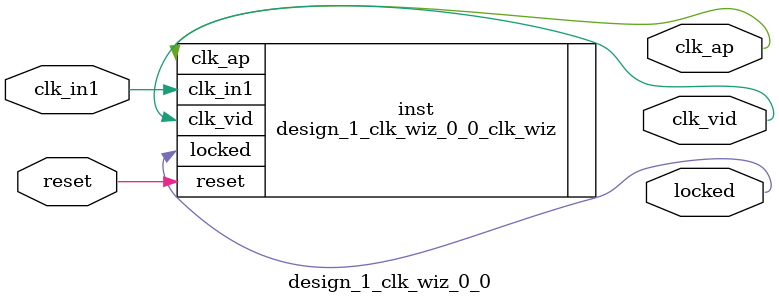
<source format=v>


`timescale 1ps/1ps

(* CORE_GENERATION_INFO = "design_1_clk_wiz_0_0,clk_wiz_v5_4_3_0,{component_name=design_1_clk_wiz_0_0,use_phase_alignment=true,use_min_o_jitter=false,use_max_i_jitter=false,use_dyn_phase_shift=false,use_inclk_switchover=false,use_dyn_reconfig=false,enable_axi=0,feedback_source=FDBK_AUTO,PRIMITIVE=MMCM,num_out_clk=2,clkin1_period=10.000,clkin2_period=10.000,use_power_down=false,use_reset=true,use_locked=true,use_inclk_stopped=false,feedback_type=SINGLE,CLOCK_MGR_TYPE=NA,manual_override=false}" *)

module design_1_clk_wiz_0_0 
 (
  // Clock out ports
  output        clk_ap,
  output        clk_vid,
  // Status and control signals
  input         reset,
  output        locked,
 // Clock in ports
  input         clk_in1
 );

  design_1_clk_wiz_0_0_clk_wiz inst
  (
  // Clock out ports  
  .clk_ap(clk_ap),
  .clk_vid(clk_vid),
  // Status and control signals               
  .reset(reset), 
  .locked(locked),
 // Clock in ports
  .clk_in1(clk_in1)
  );

endmodule

</source>
